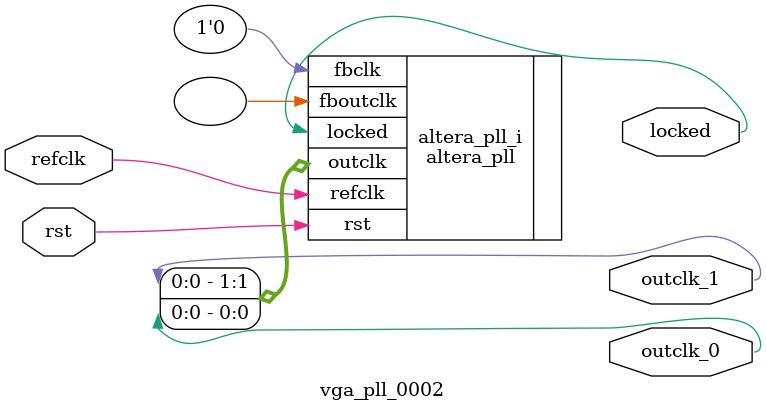
<source format=v>
`timescale 1ns/10ps
module  vga_pll_0002(

	// interface 'refclk'
	input wire refclk,

	// interface 'reset'
	input wire rst,

	// interface 'outclk0'
	output wire outclk_0,

	// interface 'outclk1'
	output wire outclk_1,

	// interface 'locked'
	output wire locked
);

	altera_pll #(
		.fractional_vco_multiplier("false"),
		.reference_clock_frequency("50.0 MHz"),
		.operation_mode("direct"),
		.number_of_clocks(2),
		.output_clock_frequency0("65.000000 MHz"),
		.phase_shift0("0 ps"),
		.duty_cycle0(50),
		.output_clock_frequency1("130.000000 MHz"),
		.phase_shift1("0 ps"),
		.duty_cycle1(50),
		.output_clock_frequency2("0 MHz"),
		.phase_shift2("0 ps"),
		.duty_cycle2(50),
		.output_clock_frequency3("0 MHz"),
		.phase_shift3("0 ps"),
		.duty_cycle3(50),
		.output_clock_frequency4("0 MHz"),
		.phase_shift4("0 ps"),
		.duty_cycle4(50),
		.output_clock_frequency5("0 MHz"),
		.phase_shift5("0 ps"),
		.duty_cycle5(50),
		.output_clock_frequency6("0 MHz"),
		.phase_shift6("0 ps"),
		.duty_cycle6(50),
		.output_clock_frequency7("0 MHz"),
		.phase_shift7("0 ps"),
		.duty_cycle7(50),
		.output_clock_frequency8("0 MHz"),
		.phase_shift8("0 ps"),
		.duty_cycle8(50),
		.output_clock_frequency9("0 MHz"),
		.phase_shift9("0 ps"),
		.duty_cycle9(50),
		.output_clock_frequency10("0 MHz"),
		.phase_shift10("0 ps"),
		.duty_cycle10(50),
		.output_clock_frequency11("0 MHz"),
		.phase_shift11("0 ps"),
		.duty_cycle11(50),
		.output_clock_frequency12("0 MHz"),
		.phase_shift12("0 ps"),
		.duty_cycle12(50),
		.output_clock_frequency13("0 MHz"),
		.phase_shift13("0 ps"),
		.duty_cycle13(50),
		.output_clock_frequency14("0 MHz"),
		.phase_shift14("0 ps"),
		.duty_cycle14(50),
		.output_clock_frequency15("0 MHz"),
		.phase_shift15("0 ps"),
		.duty_cycle15(50),
		.output_clock_frequency16("0 MHz"),
		.phase_shift16("0 ps"),
		.duty_cycle16(50),
		.output_clock_frequency17("0 MHz"),
		.phase_shift17("0 ps"),
		.duty_cycle17(50),
		.pll_type("General"),
		.pll_subtype("General")
	) altera_pll_i (
		.rst	(rst),
		.outclk	({outclk_1, outclk_0}),
		.locked	(locked),
		.fboutclk	( ),
		.fbclk	(1'b0),
		.refclk	(refclk)
	);
endmodule


</source>
